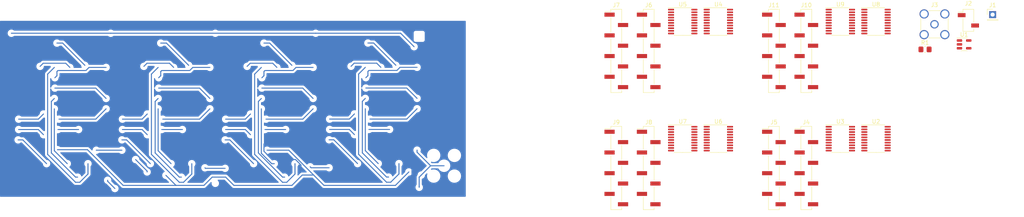
<source format=kicad_pcb>
(kicad_pcb (version 20211014) (generator pcbnew)
  (layers (0 "F.Cu" signal) (31 "B.Cu" signal) (34 "B.Paste" user) (35 "F.Paste" user) (36 "B.SilkS" user "B.Silkscreen") (37 "F.SilkS" user "F.Silkscreen") (38 "B.Mask" user) (39 "F.Mask" user) (44 "Edge.Cuts" user))
  (net 0 "")
  (net 1 "GND")
  (net 2 "+5V")
  (net 3 "/CLK")
  (net 4 "Net-(J4-Pad1)")
  (net 5 "Net-(J4-Pad2)")
  (net 6 "Net-(J4-Pad3)")
  (net 7 "Net-(J4-Pad4)")
  (net 8 "Net-(J4-Pad5)")
  (net 9 "Net-(J4-Pad6)")
  (net 10 "Net-(J4-Pad7)")
  (net 11 "Net-(J4-Pad8)")
  (net 12 "Net-(J6-Pad2)")
  (net 13 "Net-(J5-Pad1)")
  (net 14 "Net-(J5-Pad2)")
  (net 15 "Net-(J5-Pad3)")
  (net 16 "Net-(J5-Pad4)")
  (net 17 "Net-(J5-Pad5)")
  (net 18 "Net-(J5-Pad6)")
  (net 19 "Net-(J5-Pad7)")
  (net 20 "Net-(J5-Pad8)")
  (net 21 "Net-(J6-Pad1)")
  (net 22 "Net-(J7-Pad1)")
  (net 23 "Net-(J7-Pad2)")
  (net 24 "Net-(J7-Pad3)")
  (net 25 "Net-(J7-Pad4)")
  (net 26 "Net-(J7-Pad5)")
  (net 27 "Net-(J7-Pad6)")
  (net 28 "Net-(J7-Pad7)")
  (net 29 "Net-(J7-Pad8)")
  (net 30 "Net-(J8-Pad1)")
  (net 31 "Net-(J8-Pad2)")
  (net 32 "Net-(J8-Pad3)")
  (net 33 "Net-(J8-Pad4)")
  (net 34 "Net-(J8-Pad5)")
  (net 35 "Net-(J8-Pad6)")
  (net 36 "Net-(J8-Pad7)")
  (net 37 "Net-(J8-Pad8)")
  (net 38 "Net-(J9-Pad1)")
  (net 39 "Net-(J10-Pad1)")
  (net 40 "Net-(J10-Pad2)")
  (net 41 "Net-(J10-Pad3)")
  (net 42 "Net-(J10-Pad4)")
  (net 43 "Net-(J10-Pad5)")
  (net 44 "Net-(J10-Pad6)")
  (net 45 "Net-(J10-Pad7)")
  (net 46 "Net-(J10-Pad8)")
  (net 47 "Net-(J6-Pad3)")
  (net 48 "Net-(J6-Pad4)")
  (net 49 "Net-(J6-Pad5)")
  (net 50 "Net-(J6-Pad6)")
  (net 51 "Net-(J6-Pad7)")
  (net 52 "Net-(J6-Pad8)")
  (net 53 "Net-(J9-Pad2)")
  (net 54 "Net-(J9-Pad3)")
  (net 55 "Net-(J9-Pad4)")
  (net 56 "Net-(J9-Pad5)")
  (net 57 "Net-(J9-Pad6)")
  (net 58 "Net-(J9-Pad7)")
  (net 59 "Net-(J9-Pad8)")
  (net 60 "/~{E}")
  (net 61 "Net-(J11-Pad1)")
  (net 62 "Net-(J11-Pad2)")
  (net 63 "Net-(J11-Pad3)")
  (net 64 "Net-(J11-Pad4)")
  (net 65 "Net-(J11-Pad5)")
  (net 66 "Net-(J11-Pad6)")
  (net 67 "Net-(J11-Pad7)")
  (net 68 "Net-(J11-Pad8)")
  (net 70 "/~{CLK}")
  (net 71 "Net-(U2-Pad2)")
  (net 72 "Net-(U2-Pad5)")
  (net 73 "Net-(U2-Pad6)")
  (net 74 "Net-(U2-Pad9)")
  (net 75 "Net-(U2-Pad12)")
  (net 76 "Net-(U2-Pad15)")
  (net 77 "Net-(U2-Pad16)")
  (net 78 "Net-(U2-Pad19)")
  (net 79 "Net-(U4-Pad2)")
  (net 80 "Net-(U4-Pad5)")
  (net 81 "Net-(U4-Pad6)")
  (net 82 "Net-(U4-Pad9)")
  (net 83 "Net-(U4-Pad12)")
  (net 84 "Net-(U4-Pad15)")
  (net 85 "Net-(U4-Pad16)")
  (net 86 "Net-(U4-Pad19)")
  (net 87 "Net-(U6-Pad2)")
  (net 88 "Net-(U6-Pad5)")
  (net 89 "Net-(U6-Pad6)")
  (net 90 "Net-(U6-Pad9)")
  (net 91 "Net-(U6-Pad12)")
  (net 92 "Net-(U6-Pad15)")
  (net 93 "Net-(U6-Pad16)")
  (net 94 "Net-(U6-Pad19)")
  (net 95 "Net-(U8-Pad2)")
  (net 96 "Net-(U8-Pad5)")
  (net 97 "Net-(U8-Pad6)")
  (net 98 "Net-(U8-Pad9)")
  (net 99 "Net-(U8-Pad12)")
  (net 100 "Net-(U8-Pad15)")
  (net 101 "Net-(U8-Pad16)")
  (net 102 "Net-(U8-Pad19)")
  (footprint "Package_SO:TSSOP-20_4.4x6.5mm_P0.65mm" (layer "F.Cu") (at 191.526 38.276)
    (fp_text reference "U4")
    (fp_text value "74LS377")
  )
  (footprint "Package_SO:TSSOP-20_4.4x6.5mm_P0.65mm" (layer "F.Cu") (at 230.206 67.016)
    (fp_text reference "U2")
    (fp_text value "74LS377")
  )
  (footprint "Package_SO:TSSOP-20_4.4x6.5mm_P0.65mm" (layer "F.Cu") (at 182.776 38.276)
    (fp_text reference "U5")
    (fp_text value "74LS377")
  )
  (footprint "Package_SO:TSSOP-20_4.4x6.5mm_P0.65mm" (layer "F.Cu") (at 182.776 67.016)
    (fp_text reference "U7")
    (fp_text value "74LS377")
  )
  (footprint "Connector_PinSocket_2.54mm:PinSocket_1x02_P2.54mm_Vertical_SMD_Pin1Left" (layer "F.Cu") (at 252.876 37.976)
    (fp_text reference "J2")
    (fp_text value "Conn_01x02_Male")
  )
  (footprint "Connector_PinHeader_2.54mm:PinHeader_1x08_P2.54mm_Vertical_SMD_Pin1Left" (layer "F.Cu") (at 174.426 74.216)
    (fp_text reference "J8")
    (fp_text value "Conn_01x08")
  )
  (footprint "Package_SO:TSSOP-20_4.4x6.5mm_P0.65mm" (layer "F.Cu") (at 221.456 67.016)
    (fp_text reference "U3")
    (fp_text value "74LS377")
  )
  (footprint "Connector_PinHeader_2.54mm:PinHeader_1x08_P2.54mm_Vertical_SMD_Pin1Left" (layer "F.Cu") (at 205.156 74.216)
    (fp_text reference "J5")
    (fp_text value "Conn_01x08")
  )
  (footprint "Connector_Coaxial:SMA_Amphenol_901-144_Vertical" (layer "F.Cu") (at 244.556 38.946)
    (fp_text reference "J3")
    (fp_text value "Conn_Coaxial")
  )
  (footprint "Connector_PinHeader_2.54mm:PinHeader_1x08_P2.54mm_Vertical_SMD_Pin1Left" (layer "F.Cu") (at 213.106 45.476)
    (fp_text reference "J10")
    (fp_text value "Conn_01x08")
  )
  (footprint "Package_SO:TSSOP-20_4.4x6.5mm_P0.65mm" (layer "F.Cu") (at 230.206 38.276)
    (fp_text reference "U8")
    (fp_text value "74LS377")
  )
  (footprint "Connector_PinHeader_2.54mm:PinHeader_1x08_P2.54mm_Vertical_SMD_Pin1Left" (layer "F.Cu") (at 166.476 45.476)
    (fp_text reference "J7")
    (fp_text value "Conn_01x08")
  )
  (footprint "Connector_PinHeader_2.54mm:PinHeader_1x08_P2.54mm_Vertical_SMD_Pin1Left" (layer "F.Cu") (at 166.476 74.216)
    (fp_text reference "J9")
    (fp_text value "Conn_01x08")
  )
  (footprint "Package_SO:TSSOP-20_4.4x6.5mm_P0.65mm" (layer "F.Cu") (at 221.456 38.276)
    (fp_text reference "U9")
    (fp_text value "74LS377")
  )
  (footprint "Package_TO_SOT_SMD:SOT-23-5" (layer "F.Cu") (at 251.826 43.876)
    (fp_text reference "U1")
    (fp_text value "SN74LVC1G14DBV")
  )
  (footprint "Connector_PinHeader_2.54mm:PinHeader_1x08_P2.54mm_Vertical_SMD_Pin1Left" (layer "F.Cu") (at 205.156 45.476)
    (fp_text reference "J11")
    (fp_text value "Conn_01x08")
  )
  (footprint "Connector_PinHeader_2.54mm:PinHeader_1x08_P2.54mm_Vertical_SMD_Pin1Left" (layer "F.Cu") (at 174.426 45.476)
    (fp_text reference "J6")
    (fp_text value "Conn_01x08")
  )
  (footprint "Package_SO:TSSOP-20_4.4x6.5mm_P0.65mm" (layer "F.Cu") (at 191.526 67.016)
    (fp_text reference "U6")
    (fp_text value "74LS377")
  )
  (footprint "Connector_PinHeader_2.54mm:PinHeader_1x08_P2.54mm_Vertical_SMD_Pin1Left" (layer "F.Cu") (at 213.106 74.216)
    (fp_text reference "J4")
    (fp_text value "Conn_01x08")
  )
  (footprint "Resistor_SMD:R_0805_2012Metric_Pad1.20x1.40mm_HandSolder" (layer "F.Cu") (at 242.236 45.116)
    (fp_text reference "R1")
    (fp_text value "R")
  )
  (footprint "Connector_PinHeader_2.54mm:PinHeader_1x01_P2.54mm_Vertical" (layer "F.Cu") (at 258.826 36.576)
    (fp_text reference "J1")
    (fp_text value "Conn_01x01_Female")
  )
  (segment (start 95.997 74.153) (end 91.5895 74.153) (width 0.25) (layer "B.Cu") (net 1))
  (segment (start 51.341 74.963) (end 51.341 75.184) (width 0.25) (layer "B.Cu") (net 1))
  (segment (start 38.862 69.85) (end 45.1555 69.85) (width 0.25) (layer "B.Cu") (net 1))
  (segment (start 70.485 74.295) (end 65.659 74.295) (width 0.25) (layer "B.Cu") (net 1))
  (segment (start 48.514 72.136) (end 51.341 74.963) (width 0.25) (layer "B.Cu") (net 1))
  (segment (start 91.5895 74.153) (end 91.3505 73.914) (width 0.25) (layer "B.Cu") (net 1))
  (segment (start 65.659 74.295) (end 65.532 74.168) (width 0.25) (layer "B.Cu") (net 1))
  (segment (start 84.836 72.136) (end 87.755604 72.136) (width 0.25) (layer "B.Cu") (net 2))
  (segment (start 36.449 42.164) (end 41.275 46.99) (width 0.25) (layer "B.Cu") (net 2))
  (segment (start 124.206 44.45) (end 121.685 46.971) (width 0.25) (layer "B.Cu") (net 2))
  (segment (start 79.248 42.164) (end 87.249 42.164) (width 0.25) (layer "B.Cu") (net 2))
  (segment (start 87.249 42.164) (end 92.075 46.99) (width 0.25) (layer "B.Cu") (net 2))
  (segment (start 89.089802 73.470198) (end 89.089802 74.357802) (width 0.25) (layer "B.Cu") (net 2))
  (segment (start 85.09 68.326) (end 80.01 68.326) (width 0.25) (layer "B.Cu") (net 2))
  (segment (start 124.84 44.45) (end 124.206 44.45) (width 0.25) (layer "B.Cu") (net 2))
  (segment (start 87.884 65.532) (end 85.09 68.326) (width 0.25) (layer "B.Cu") (net 2))
  (segment (start 77.724 43.688) (end 79.248 42.164) (width 0.25) (layer "B.Cu") (net 2))
  (segment (start 77.724 45.212) (end 77.724 43.688) (width 0.25) (layer "B.Cu") (net 2))
  (segment (start 121.412 59.436) (end 121.412 47.206) (width 0.25) (layer "B.Cu") (net 2))
  (segment (start 104.995 46.99) (end 105.014 46.971) (width 0.25) (layer "B.Cu") (net 2))
  (segment (start 41.275 46.99) (end 54.1725 46.99) (width 0.25) (layer "B.Cu") (net 2))
  (segment (start 93.726 59.69) (end 87.884 65.532) (width 0.25) (layer "B.Cu") (net 2))
  (segment (start 121.647 46.971) (end 119.653 46.971) (width 0.25) (layer "B.Cu") (net 2))
  (segment (start 61.9195 42.164) (end 66.7455 46.99) (width 0.25) (layer "B.Cu") (net 2))
  (segment (start 116.332 76.962) (end 116.332 64.516) (width 0.25) (layer "B.Cu") (net 2))
  (segment (start 112.761 42.145) (end 117.587 46.971) (width 0.25) (layer "B.Cu") (net 2))
  (segment (start 80.01 70.113305) (end 82.032695 72.136) (width 0.25) (layer "B.Cu") (net 2))
  (segment (start 105.014 46.971) (end 103.236 45.193) (width 0.25) (layer "B.Cu") (net 2))
  (segment (start 53.9185 42.164) (end 61.9195 42.164) (width 0.25) (layer "B.Cu") (net 2))
  (segment (start 93.726 46.99) (end 93.726 59.69) (width 0.25) (layer "B.Cu") (net 2))
  (segment (start 52.3945 43.688) (end 53.9185 42.164) (width 0.25) (layer "B.Cu") (net 2))
  (segment (start 119.653 46.971) (end 117.587 46.971) (width 0.25) (layer "B.Cu") (net 2))
  (segment (start 121.412 47.206) (end 121.647 46.971) (width 0.25) (layer "B.Cu") (net 2))
  (segment (start 121.685 46.971) (end 121.647 46.971) (width 0.25) (layer "B.Cu") (net 2))
  (segment (start 116.332 64.516) (end 121.412 59.436) (width 0.25) (layer "B.Cu") (net 2))
  (segment (start 103.236 45.193) (end 103.236 43.669) (width 0.25) (layer "B.Cu") (net 2))
  (segment (start 87.755604 72.136) (end 89.089802 73.470198) (width 0.25) (layer "B.Cu") (net 2))
  (segment (start 75.946 46.99) (end 66.7455 46.99) (width 0.25) (layer "B.Cu") (net 2))
  (segment (start 103.236 43.669) (end 104.76 42.145) (width 0.25) (layer "B.Cu") (net 2))
  (segment (start 82.032695 72.136) (end 84.836 72.136) (width 0.25) (layer "B.Cu") (net 2))
  (segment (start 28.448 42.164) (end 36.449 42.164) (width 0.25) (layer "B.Cu") (net 2))
  (segment (start 54.1725 46.99) (end 52.3945 45.212) (width 0.25) (layer "B.Cu") (net 2))
  (segment (start 79.502 46.99) (end 77.724 45.212) (width 0.25) (layer "B.Cu") (net 2))
  (segment (start 26.924 43.688) (end 28.448 42.164) (width 0.25) (layer "B.Cu") (net 2))
  (segment (start 104.76 42.145) (end 112.761 42.145) (width 0.25) (layer "B.Cu") (net 2))
  (segment (start 80.01 68.326) (end 80.01 70.113305) (width 0.25) (layer "B.Cu") (net 2))
  (segment (start 52.3945 45.212) (end 52.3945 43.688) (width 0.25) (layer "B.Cu") (net 2))
  (segment (start 77.724 45.212) (end 75.946 46.99) (width 0.25) (layer "B.Cu") (net 2))
  (segment (start 89.089802 74.357802) (end 89.408 74.676) (width 0.25) (layer "B.Cu") (net 2))
  (segment (start 93.726 46.99) (end 104.995 46.99) (width 0.25) (layer "B.Cu") (net 2))
  (segment (start 92.075 46.99) (end 93.726 46.99) (width 0.25) (layer "B.Cu") (net 2))
  (segment (start 28.702 46.99) (end 26.924 45.212) (width 0.25) (layer "B.Cu") (net 2))
  (segment (start 26.924 45.212) (end 26.924 43.688) (width 0.25) (layer "B.Cu") (net 2))
  (segment (start 118.11 76.454) (end 118.11 78.74) (width 0.25) (layer "B.Cu") (net 3))
  (segment (start 41.656 77.47) (end 41.656 77.216) (width 0.25) (layer "B.Cu") (net 3))
  (segment (start 118.618 75.946) (end 120.904 73.66) (width 0.25) (layer "B.Cu") (net 3))
  (segment (start 118.11 78.74) (end 118.11 78.9565) (width 0.25) (layer "B.Cu") (net 3))
  (segment (start 120.904 73.66) (end 117.587 70.343) (width 0.25) (layer "B.Cu") (net 3))
  (segment (start 118.618 75.946) (end 118.11 76.454) (width 0.25) (layer "B.Cu") (net 3))
  (segment (start 117.587 70.343) (end 117.587 69.831) (width 0.25) (layer "B.Cu") (net 3))
  (segment (start 120.904 73.66) (end 124.206 73.66) (width 0.25) (layer "B.Cu") (net 3))
  (segment (start 43.434 79.248) (end 41.656 77.47) (width 0.25) (layer "B.Cu") (net 3))
  (segment (start 106.923 43.546) (end 105.522 43.546) (width 0.25) (layer "B.Cu") (net 8))
  (segment (start 112.38 49.003) (end 106.923 43.546) (width 0.25) (layer "B.Cu") (net 8))
  (segment (start 97.14 67.291) (end 95.997 67.291) (width 0.25) (layer "B.Cu") (net 16))
  (segment (start 102.982 73.133) (end 97.14 67.291) (width 0.25) (layer "B.Cu") (net 16))
  (segment (start 104.887 69.958) (end 104.887 59.671) (width 0.25) (layer "B.Cu") (net 18))
  (segment (start 108.062 73.133) (end 104.887 69.958) (width 0.25) (layer "B.Cu") (net 18))
  (segment (start 110.602 76.435) (end 110.094 76.435) (width 0.25) (layer "B.Cu") (net 19))
  (segment (start 104.162 70.503) (end 104.162 57.856) (width 0.25) (layer "B.Cu") (net 19))
  (segment (start 104.162 57.856) (end 104.887 57.131) (width 0.25) (layer "B.Cu") (net 19))
  (segment (start 110.094 76.435) (end 104.162 70.503) (width 0.25) (layer "B.Cu") (net 19))
  (segment (start 110.094 77.705) (end 103.236 70.847) (width 0.25) (layer "B.Cu") (net 20))
  (segment (start 103.236 70.847) (end 103.236 51.162) (width 0.25) (layer "B.Cu") (net 20))
  (segment (start 113.142 73.133) (end 113.142 75.673) (width 0.25) (layer "B.Cu") (net 20))
  (segment (start 113.142 75.673) (end 111.11 77.705) (width 0.25) (layer "B.Cu") (net 20))
  (segment (start 103.236 51.162) (end 104.887 49.511) (width 0.25) (layer "B.Cu") (net 20))
  (segment (start 111.11 77.705) (end 110.094 77.705) (width 0.25) (layer "B.Cu") (net 20))
  (segment (start 26.67 73.152) (end 20.828 67.31) (width 0.25) (layer "B.Cu") (net 25))
  (segment (start 20.828 67.31) (end 19.685 67.31) (width 0.25) (layer "B.Cu") (net 25))
  (segment (start 28.575 69.977) (end 28.575 59.69) (width 0.25) (layer "B.Cu") (net 27))
  (segment (start 31.75 73.152) (end 28.575 69.977) (width 0.25) (layer "B.Cu") (net 27))
  (segment (start 27.85 57.875) (end 28.575 57.15) (width 0.25) (layer "B.Cu") (net 28))
  (segment (start 33.782 76.454) (end 27.85 70.522) (width 0.25) (layer "B.Cu") (net 28))
  (segment (start 34.29 76.454) (end 33.782 76.454) (width 0.25) (layer "B.Cu") (net 28))
  (segment (start 27.85 70.522) (end 27.85 57.875) (width 0.25) (layer "B.Cu") (net 28))
  (segment (start 26.924 70.866) (end 26.924 51.181) (width 0.25) (layer "B.Cu") (net 29))
  (segment (start 26.924 51.181) (end 28.575 49.53) (width 0.25) (layer "B.Cu") (net 29))
  (segment (start 36.83 75.692) (end 34.798 77.724) (width 0.25) (layer "B.Cu") (net 29))
  (segment (start 33.782 77.724) (end 26.924 70.866) (width 0.25) (layer "B.Cu") (net 29))
  (segment (start 34.798 77.724) (end 33.782 77.724) (width 0.25) (layer "B.Cu") (net 29))
  (segment (start 36.83 73.152) (end 36.83 75.692) (width 0.25) (layer "B.Cu") (net 29))
  (segment (start 61.5385 49.022) (end 56.0815 43.565) (width 0.25) (layer "B.Cu") (net 34))
  (segment (start 56.0815 43.565) (end 54.6805 43.565) (width 0.25) (layer "B.Cu") (net 34))
  (segment (start 81.411 43.565) (end 80.01 43.565) (width 0.25) (layer "B.Cu") (net 43))
  (segment (start 86.868 49.022) (end 81.411 43.565) (width 0.25) (layer "B.Cu") (net 43))
  (segment (start 36.068 49.022) (end 30.611 43.565) (width 0.25) (layer "B.Cu") (net 49))
  (segment (start 30.611 43.565) (end 29.21 43.565) (width 0.25) (layer "B.Cu") (net 49))
  (segment (start 46.2985 67.31) (end 45.1555 67.31) (width 0.25) (layer "B.Cu") (net 55))
  (segment (start 52.1405 73.152) (end 46.2985 67.31) (width 0.25) (layer "B.Cu") (net 55))
  (segment (start 54.0455 69.977) (end 54.0455 59.69) (width 0.25) (layer "B.Cu") (net 57))
  (segment (start 57.2205 73.152) (end 54.0455 69.977) (width 0.25) (layer "B.Cu") (net 57))
  (segment (start 53.3205 70.522) (end 53.3205 57.875) (width 0.25) (layer "B.Cu") (net 58))
  (segment (start 59.2525 76.454) (end 53.3205 70.522) (width 0.25) (layer "B.Cu") (net 58))
  (segment (start 53.3205 57.875) (end 54.0455 57.15) (width 0.25) (layer "B.Cu") (net 58))
  (segment (start 59.7605 76.454) (end 59.2525 76.454) (width 0.25) (layer "B.Cu") (net 58))
  (segment (start 52.3945 70.866) (end 52.3945 51.181) (width 0.25) (layer "B.Cu") (net 59))
  (segment (start 59.2525 77.724) (end 52.3945 70.866) (width 0.25) (layer "B.Cu") (net 59))
  (segment (start 62.3005 75.692) (end 60.2685 77.724) (width 0.25) (layer "B.Cu") (net 59))
  (segment (start 52.3945 51.181) (end 54.0455 49.53) (width 0.25) (layer "B.Cu") (net 59))
  (segment (start 60.2685 77.724) (end 59.2525 77.724) (width 0.25) (layer "B.Cu") (net 59))
  (segment (start 62.3005 73.152) (end 62.3005 75.692) (width 0.25) (layer "B.Cu") (net 59))
  (segment (start 92.71 41.148) (end 42.418 41.148) (width 0.25) (layer "B.Cu") (net 60))
  (segment (start 42.418 41.148) (end 18.034 41.148) (width 0.25) (layer "B.Cu") (net 60))
  (segment (start 116.856 44.45) (end 113.554 41.148) (width 0.25) (layer "B.Cu") (net 60))
  (segment (start 113.554 41.148) (end 92.71 41.148) (width 0.25) (layer "B.Cu") (net 60))
  (segment (start 71.628 67.31) (end 70.485 67.31) (width 0.25) (layer "B.Cu") (net 64))
  (segment (start 77.47 73.152) (end 71.628 67.31) (width 0.25) (layer "B.Cu") (net 64))
  (segment (start 81.916396 73.152) (end 79.375 70.610604) (width 0.25) (layer "B.Cu") (net 66))
  (segment (start 82.55 73.152) (end 81.916396 73.152) (width 0.25) (layer "B.Cu") (net 66))
  (segment (start 79.375 70.610604) (end 79.375 59.69) (width 0.25) (layer "B.Cu") (net 66))
  (segment (start 84.582 76.454) (end 78.65 70.522) (width 0.25) (layer "B.Cu") (net 67))
  (segment (start 85.09 76.454) (end 84.582 76.454) (width 0.25) (layer "B.Cu") (net 67))
  (segment (start 78.65 57.875) (end 79.375 57.15) (width 0.25) (layer "B.Cu") (net 67))
  (segment (start 78.65 70.522) (end 78.65 57.875) (width 0.25) (layer "B.Cu") (net 67))
  (segment (start 87.63 75.692) (end 85.598 77.724) (width 0.25) (layer "B.Cu") (net 68))
  (segment (start 84.582 77.724) (end 77.724 70.866) (width 0.25) (layer "B.Cu") (net 68))
  (segment (start 87.63 73.152) (end 87.63 75.692) (width 0.25) (layer "B.Cu") (net 68))
  (segment (start 85.598 77.724) (end 84.582 77.724) (width 0.25) (layer "B.Cu") (net 68))
  (segment (start 77.724 70.866) (end 77.724 51.181) (width 0.25) (layer "B.Cu") (net 68))
  (segment (start 77.724 51.181) (end 79.375 49.53) (width 0.25) (layer "B.Cu") (net 68))
  (segment (start 58.42 78.486) (end 45.466 78.486) (width 0.25) (layer "B.Cu") (net 70))
  (segment (start 115.57 75.184) (end 112.268 78.486) (width 0.25) (layer "B.Cu") (net 70))
  (segment (start 86.106 69.85) (end 92.202 75.946) (width 0.25) (layer "B.Cu") (net 70))
  (segment (start 36.6987 69.7187) (end 29.3413 69.7187) (width 0.25) (layer "B.Cu") (net 70))
  (segment (start 92.202 75.946) (end 89.408 75.946) (width 0.25) (layer "B.Cu") (net 70))
  (segment (start 89.408 75.946) (end 86.868 78.486) (width 0.25) (layer "B.Cu") (net 70))
  (segment (start 70.612 76.454) (end 67.31 76.454) (width 0.25) (layer "B.Cu") (net 70))
  (segment (start 80.772 69.85) (end 86.106 69.85) (width 0.25) (layer "B.Cu") (net 70))
  (segment (start 67.31 76.454) (end 65.278 78.486) (width 0.25) (layer "B.Cu") (net 70))
  (segment (start 65.278 78.486) (end 58.42 78.486) (width 0.25) (layer "B.Cu") (net 70))
  (segment (start 72.644 78.486) (end 70.612 76.454) (width 0.25) (layer "B.Cu") (net 70))
  (segment (start 112.268 78.486) (end 94.996 78.486) (width 0.25) (layer "B.Cu") (net 70))
  (segment (start 55.9505 76.0165) (end 58.42 78.486) (width 0.25) (layer "B.Cu") (net 70))
  (segment (start 45.466 78.486) (end 36.6987 69.7187) (width 0.25) (layer "B.Cu") (net 70))
  (segment (start 86.868 78.486) (end 72.644 78.486) (width 0.25) (layer "B.Cu") (net 70))
  (segment (start 92.202 75.946) (end 94.742 78.486) (width 0.25) (layer "B.Cu") (net 70))
  (segment (start 94.742 78.486) (end 94.996 78.486) (width 0.25) (layer "B.Cu") (net 70))
  (segment (start 102.1495 48.495) (end 107.681 48.495) (width 0.25) (layer "B.Cu") (net 71))
  (segment (start 107.681 48.495) (end 108.697 49.511) (width 0.25) (layer "B.Cu") (net 71))
  (segment (start 101.3875 49.257) (end 102.1495 48.495) (width 0.25) (layer "B.Cu") (net 71))
  (segment (start 100.95 62.211) (end 102.22 60.941) (width 0.25) (layer "B.Cu") (net 73))
  (segment (start 96.124 62.211) (end 100.95 62.211) (width 0.25) (layer "B.Cu") (net 73))
  (segment (start 100.95 64.751) (end 102.22 66.021) (width 0.25) (layer "B.Cu") (net 74))
  (segment (start 96.124 64.751) (end 100.95 64.751) (width 0.25) (layer "B.Cu") (net 74))
  (segment (start 105.776 64.751) (end 110.846502 64.751) (width 0.25) (layer "B.Cu") (net 75))
  (segment (start 115.047 62.211) (end 117.587 59.671) (width 0.25) (layer "B.Cu") (net 76))
  (segment (start 106.03 62.211) (end 115.047 62.211) (width 0.25) (layer "B.Cu") (net 76))
  (segment (start 105.014 54.591) (end 115.047 54.591) (width 0.25) (layer "B.Cu") (net 77))
  (segment (start 115.047 54.591) (end 117.587 57.131) (width 0.25) (layer "B.Cu") (net 77))
  (segment (start 105.776 50.273) (end 112.634 50.273) (width 0.25) (layer "B.Cu") (net 78))
  (segment (start 105.522 51.543) (end 105.522 50.527) (width 0.25) (layer "B.Cu") (net 78))
  (segment (start 105.014 52.051) (end 105.522 51.543) (width 0.25) (layer "B.Cu") (net 78))
  (segment (start 113.396 49.511) (end 117.587 49.511) (width 0.25) (layer "B.Cu") (net 78))
  (segment (start 112.634 50.273) (end 113.396 49.511) (width 0.25) (layer "B.Cu") (net 78))
  (segment (start 105.522 50.527) (end 105.776 50.273) (width 0.25) (layer "B.Cu") (net 78))
  (segment (start 31.369 48.514) (end 32.385 49.53) (width 0.25) (layer "B.Cu") (net 79))
  (segment (start 25.8375 48.514) (end 31.369 48.514) (width 0.25) (layer "B.Cu") (net 79))
  (segment (start 25.0755 49.276) (end 25.8375 48.514) (width 0.25) (layer "B.Cu") (net 79))
  (segment (start 24.638 62.23) (end 25.908 60.96) (width 0.25) (layer "B.Cu") (net 81))
  (segment (start 19.812 62.23) (end 24.638 62.23) (width 0.25) (layer "B.Cu") (net 81))
  (segment (start 19.812 64.77) (end 24.638 64.77) (width 0.25) (layer "B.Cu") (net 82))
  (segment (start 24.638 64.77) (end 25.908 66.04) (width 0.25) (layer "B.Cu") (net 82))
  (segment (start 29.464 64.77) (end 34.534502 64.77) (width 0.25) (layer "B.Cu") (net 83))
  (segment (start 38.735 62.23) (end 41.275 59.69) (width 0.25) (layer "B.Cu") (net 84))
  (segment (start 29.718 62.23) (end 38.735 62.23) (width 0.25) (layer "B.Cu") (net 84))
  (segment (start 28.702 54.61) (end 38.735 54.61) (width 0.25) (layer "B.Cu") (net 85))
  (segment (start 38.735 54.61) (end 41.275 57.15) (width 0.25) (layer "B.Cu") (net 85))
  (segment (start 29.464 50.292) (end 36.322 50.292) (width 0.25) (layer "B.Cu") (net 86))
  (segment (start 29.21 51.562) (end 29.21 50.546) (width 0.25) (layer "B.Cu") (net 86))
  (segment (start 37.084 49.53) (end 41.275 49.53) (width 0.25) (layer "B.Cu") (net 86))
  (segment (start 28.702 52.07) (end 29.21 51.562) (width 0.25) (layer "B.Cu") (net 86))
  (segment (start 36.322 50.292) (end 37.084 49.53) (width 0.25) (layer "B.Cu") (net 86))
  (segment (start 29.21 50.546) (end 29.464 50.292) (width 0.25) (layer "B.Cu") (net 86))
  (segment (start 51.308 48.514) (end 56.8395 48.514) (width 0.25) (layer "B.Cu") (net 87))
  (segment (start 56.8395 48.514) (end 57.8555 49.53) (width 0.25) (layer "B.Cu") (net 87))
  (segment (start 50.546 49.276) (end 51.308 48.514) (width 0.25) (layer "B.Cu") (net 87))
  (segment (start 45.2825 62.23) (end 50.1085 62.23) (width 0.25) (layer "B.Cu") (net 89))
  (segment (start 50.1085 62.23) (end 51.3785 60.96) (width 0.25) (layer "B.Cu") (net 89))
  (segment (start 50.1085 64.77) (end 51.3785 66.04) (width 0.25) (layer "B.Cu") (net 90))
  (segment (start 45.2825 64.77) (end 50.1085 64.77) (width 0.25) (layer "B.Cu") (net 90))
  (segment (start 54.9345 64.77) (end 60.005002 64.77) (width 0.25) (layer "B.Cu") (net 91))
  (segment (start 64.2055 62.23) (end 66.7455 59.69) (width 0.25) (layer "B.Cu") (net 92))
  (segment (start 55.1885 62.23) (end 64.2055 62.23) (width 0.25) (layer "B.Cu") (net 92))
  (segment (start 54.1725 54.61) (end 64.2055 54.61) (width 0.25) (layer "B.Cu") (net 93))
  (segment (start 64.2055 54.61) (end 66.7455 57.15) (width 0.25) (layer "B.Cu") (net 93))
  (segment (start 54.6805 51.562) (end 54.6805 50.546) (width 0.25) (layer "B.Cu") (net 94))
  (segment (start 54.6805 50.546) (end 54.9345 50.292) (width 0.25) (layer "B.Cu") (net 94))
  (segment (start 54.9345 50.292) (end 61.7925 50.292) (width 0.25) (layer "B.Cu") (net 94))
  (segment (start 54.1725 52.07) (end 54.6805 51.562) (width 0.25) (layer "B.Cu") (net 94))
  (segment (start 62.5545 49.53) (end 66.7455 49.53) (width 0.25) (layer "B.Cu") (net 94))
  (segment (start 61.7925 50.292) (end 62.5545 49.53) (width 0.25) (layer "B.Cu") (net 94))
  (segment (start 82.169 48.514) (end 83.185 49.53) (width 0.25) (layer "B.Cu") (net 95))
  (segment (start 75.8755 49.276) (end 76.6375 48.514) (width 0.25) (layer "B.Cu") (net 95))
  (segment (start 76.6375 48.514) (end 82.169 48.514) (width 0.25) (layer "B.Cu") (net 95))
  (segment (start 75.438 62.23) (end 76.708 60.96) (width 0.25) (layer "B.Cu") (net 97))
  (segment (start 70.612 62.23) (end 75.438 62.23) (width 0.25) (layer "B.Cu") (net 97))
  (segment (start 75.438 64.77) (end 76.708 66.04) (width 0.25) (layer "B.Cu") (net 98))
  (segment (start 70.612 64.77) (end 75.438 64.77) (width 0.25) (layer "B.Cu") (net 98))
  (segment (start 80.264 64.77) (end 85.334502 64.77) (width 0.25) (layer "B.Cu") (net 99))
  (segment (start 80.518 62.23) (end 89.535 62.23) (width 0.25) (layer "B.Cu") (net 100))
  (segment (start 89.535 62.23) (end 92.075 59.69) (width 0.25) (layer "B.Cu") (net 100))
  (segment (start 89.535 54.61) (end 92.075 57.15) (width 0.25) (layer "B.Cu") (net 101))
  (segment (start 79.502 54.61) (end 89.535 54.61) (width 0.25) (layer "B.Cu") (net 101))
  (segment (start 79.502 52.07) (end 80.01 51.562) (width 0.25) (layer "B.Cu") (net 102))
  (segment (start 87.122 50.292) (end 87.884 49.53) (width 0.25) (layer "B.Cu") (net 102))
  (segment (start 80.264 50.292) (end 87.122 50.292) (width 0.25) (layer "B.Cu") (net 102))
  (segment (start 87.884 49.53) (end 92.075 49.53) (width 0.25) (layer "B.Cu") (net 102))
  (segment (start 80.01 51.562) (end 80.01 50.546) (width 0.25) (layer "B.Cu") (net 102))
  (segment (start 80.01 50.546) (end 80.264 50.292) (width 0.25) (layer "B.Cu") (net 102))
  (zone (net 2) (net_name "+5V") (layer "B.Cu") (connect_pads (clearance 0.508)) (min_thickness 0.254) (fill yes (thermal_gap 0.508) (thermal_bridge_width 0.508))
    (polygon (pts (xy 129.54 81.28) (xy 15.24 81.28) (xy 15.24 38.1) (xy 129.54 38.1)))
  )
)
</source>
